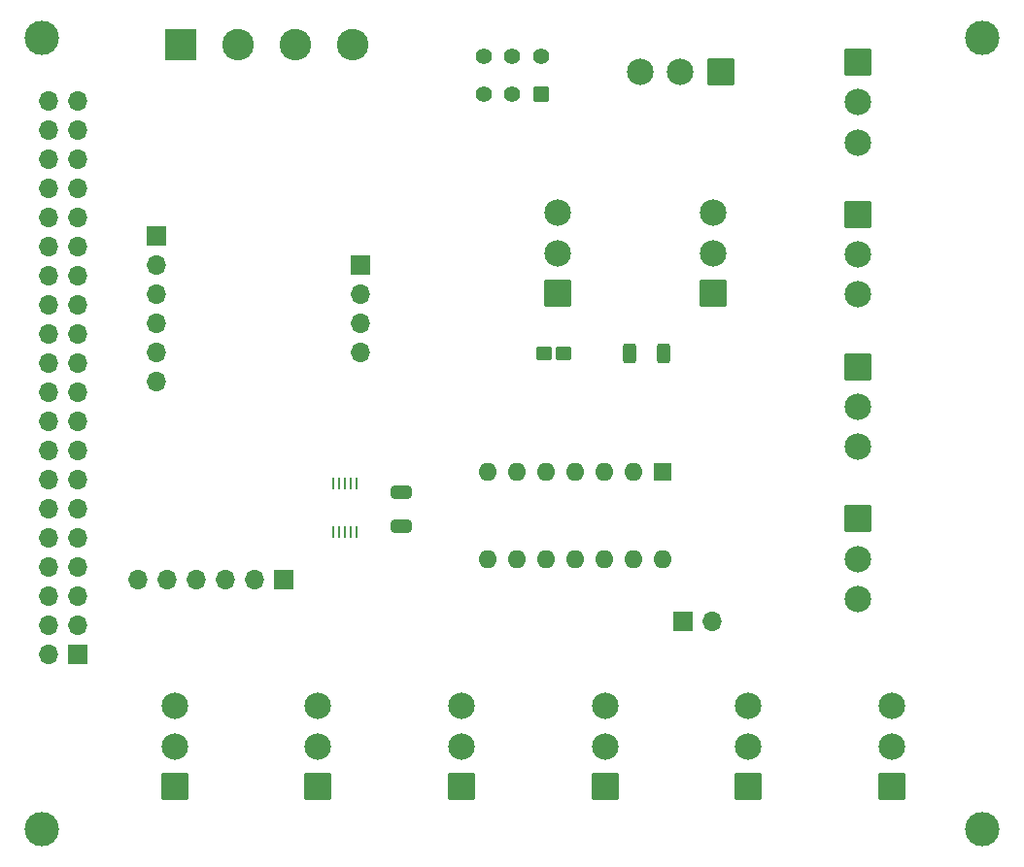
<source format=gts>
%TF.GenerationSoftware,KiCad,Pcbnew,8.0.6*%
%TF.CreationDate,2025-02-04T19:04:09-05:00*%
%TF.ProjectId,Jetson_Extension_Board,4a657473-6f6e-45f4-9578-74656e73696f,rev?*%
%TF.SameCoordinates,Original*%
%TF.FileFunction,Soldermask,Top*%
%TF.FilePolarity,Negative*%
%FSLAX46Y46*%
G04 Gerber Fmt 4.6, Leading zero omitted, Abs format (unit mm)*
G04 Created by KiCad (PCBNEW 8.0.6) date 2025-02-04 19:04:09*
%MOMM*%
%LPD*%
G01*
G04 APERTURE LIST*
G04 Aperture macros list*
%AMRoundRect*
0 Rectangle with rounded corners*
0 $1 Rounding radius*
0 $2 $3 $4 $5 $6 $7 $8 $9 X,Y pos of 4 corners*
0 Add a 4 corners polygon primitive as box body*
4,1,4,$2,$3,$4,$5,$6,$7,$8,$9,$2,$3,0*
0 Add four circle primitives for the rounded corners*
1,1,$1+$1,$2,$3*
1,1,$1+$1,$4,$5*
1,1,$1+$1,$6,$7*
1,1,$1+$1,$8,$9*
0 Add four rect primitives between the rounded corners*
20,1,$1+$1,$2,$3,$4,$5,0*
20,1,$1+$1,$4,$5,$6,$7,0*
20,1,$1+$1,$6,$7,$8,$9,0*
20,1,$1+$1,$8,$9,$2,$3,0*%
G04 Aperture macros list end*
%ADD10RoundRect,0.102000X-1.275000X-1.275000X1.275000X-1.275000X1.275000X1.275000X-1.275000X1.275000X0*%
%ADD11C,2.754000*%
%ADD12R,1.700000X1.700000*%
%ADD13O,1.700000X1.700000*%
%ADD14C,3.000000*%
%ADD15RoundRect,0.102000X1.050000X-1.050000X1.050000X1.050000X-1.050000X1.050000X-1.050000X-1.050000X0*%
%ADD16C,2.304000*%
%ADD17RoundRect,0.102000X-1.050000X1.050000X-1.050000X-1.050000X1.050000X-1.050000X1.050000X1.050000X0*%
%ADD18R,0.250000X1.100000*%
%ADD19RoundRect,0.102000X-0.550000X-0.500000X0.550000X-0.500000X0.550000X0.500000X-0.550000X0.500000X0*%
%ADD20RoundRect,0.250000X0.450000X0.450000X-0.450000X0.450000X-0.450000X-0.450000X0.450000X-0.450000X0*%
%ADD21C,1.400000*%
%ADD22R,1.600000X1.600000*%
%ADD23O,1.600000X1.600000*%
%ADD24RoundRect,0.250000X0.650000X-0.325000X0.650000X0.325000X-0.650000X0.325000X-0.650000X-0.325000X0*%
%ADD25RoundRect,0.250000X-0.312500X-0.625000X0.312500X-0.625000X0.312500X0.625000X-0.312500X0.625000X0*%
%ADD26RoundRect,0.102000X1.050000X1.050000X-1.050000X1.050000X-1.050000X-1.050000X1.050000X-1.050000X0*%
G04 APERTURE END LIST*
D10*
%TO.C,J19*%
X101110000Y-75510000D03*
D11*
X106110000Y-75510000D03*
X111110000Y-75510000D03*
X116110000Y-75510000D03*
%TD*%
D12*
%TO.C,J15*%
X116800000Y-94670000D03*
D13*
X116800000Y-97210000D03*
X116800000Y-99750000D03*
X116800000Y-102290000D03*
%TD*%
D12*
%TO.C,J14*%
X99025000Y-92145000D03*
D13*
X99025000Y-94685000D03*
X99025000Y-97225000D03*
X99025000Y-99765000D03*
X99025000Y-102305000D03*
X99025000Y-104845000D03*
%TD*%
D14*
%TO.C,H4*%
X171000000Y-143900000D03*
%TD*%
D15*
%TO.C,J3*%
X125600000Y-140162500D03*
D16*
X125600000Y-136662500D03*
X125600000Y-133162500D03*
%TD*%
D17*
%TO.C,J7*%
X160100000Y-116837500D03*
D16*
X160100000Y-120337500D03*
X160100000Y-123837500D03*
%TD*%
D15*
%TO.C,J4*%
X113100000Y-140162500D03*
D16*
X113100000Y-136662500D03*
X113100000Y-133162500D03*
%TD*%
D18*
%TO.C,U4*%
X114430000Y-118030000D03*
X114930000Y-118030000D03*
X115430000Y-118030000D03*
X115930000Y-118030000D03*
X116430000Y-118030000D03*
X116430000Y-113730000D03*
X115930000Y-113730000D03*
X115430000Y-113730000D03*
X114930000Y-113730000D03*
X114430000Y-113730000D03*
%TD*%
D12*
%TO.C,J6*%
X92140000Y-128620000D03*
D13*
X89600000Y-128620000D03*
X92140000Y-126080000D03*
X89600000Y-126080000D03*
X92140000Y-123540000D03*
X89600000Y-123540000D03*
X92140000Y-121000000D03*
X89600000Y-121000000D03*
X92140000Y-118460000D03*
X89600000Y-118460000D03*
X92140000Y-115920000D03*
X89600000Y-115920000D03*
X92140000Y-113380000D03*
X89600000Y-113380000D03*
X92140000Y-110840000D03*
X89600000Y-110840000D03*
X92140000Y-108300000D03*
X89600000Y-108300000D03*
X92140000Y-105760000D03*
X89600000Y-105760000D03*
X92140000Y-103220000D03*
X89600000Y-103220000D03*
X92140000Y-100680000D03*
X89600000Y-100680000D03*
X92140000Y-98140000D03*
X89600000Y-98140000D03*
X92140000Y-95600000D03*
X89600000Y-95600000D03*
X92140000Y-93060000D03*
X89600000Y-93060000D03*
X92140000Y-90520000D03*
X89600000Y-90520000D03*
X92140000Y-87980000D03*
X89600000Y-87980000D03*
X92140000Y-85440000D03*
X89600000Y-85440000D03*
X92140000Y-82900000D03*
X89600000Y-82900000D03*
X92140000Y-80360000D03*
X89600000Y-80360000D03*
%TD*%
D17*
%TO.C,J10*%
X160100000Y-77000000D03*
D16*
X160100000Y-80500000D03*
X160100000Y-84000000D03*
%TD*%
D12*
%TO.C,J11*%
X110070000Y-122130000D03*
D13*
X107530000Y-122130000D03*
X104990000Y-122130000D03*
X102450000Y-122130000D03*
X99910000Y-122130000D03*
X97370000Y-122130000D03*
%TD*%
D17*
%TO.C,J8*%
X160100000Y-103558300D03*
D16*
X160100000Y-107058300D03*
X160100000Y-110558300D03*
%TD*%
D17*
%TO.C,J9*%
X160100000Y-90279200D03*
D16*
X160100000Y-93779200D03*
X160100000Y-97279200D03*
%TD*%
D14*
%TO.C,H2*%
X89000000Y-143900000D03*
%TD*%
D12*
%TO.C,J1*%
X144860000Y-125800000D03*
D13*
X147400000Y-125800000D03*
%TD*%
D15*
%TO.C,J16*%
X134000000Y-97162500D03*
D16*
X134000000Y-93662500D03*
X134000000Y-90162500D03*
%TD*%
D14*
%TO.C,H3*%
X171000000Y-74900000D03*
%TD*%
D19*
%TO.C,D1*%
X132750000Y-102400000D03*
X134450000Y-102400000D03*
%TD*%
D20*
%TO.C,SW1*%
X132500000Y-79800000D03*
D21*
X130000000Y-79800000D03*
X127500000Y-79800000D03*
X127500000Y-76500000D03*
X130000000Y-76500000D03*
X132500000Y-76500000D03*
%TD*%
D15*
%TO.C,J13*%
X163100000Y-140162500D03*
D16*
X163100000Y-136662500D03*
X163100000Y-133162500D03*
%TD*%
D15*
%TO.C,J12*%
X150600000Y-140162500D03*
D16*
X150600000Y-136662500D03*
X150600000Y-133162500D03*
%TD*%
D22*
%TO.C,U2*%
X143125000Y-112700000D03*
D23*
X140585000Y-112700000D03*
X138045000Y-112700000D03*
X135505000Y-112700000D03*
X132965000Y-112700000D03*
X130425000Y-112700000D03*
X127885000Y-112700000D03*
X127885000Y-120320000D03*
X130425000Y-120320000D03*
X132965000Y-120320000D03*
X135505000Y-120320000D03*
X138045000Y-120320000D03*
X140585000Y-120320000D03*
X143125000Y-120320000D03*
%TD*%
D15*
%TO.C,J2*%
X138100000Y-140162500D03*
D16*
X138100000Y-136662500D03*
X138100000Y-133162500D03*
%TD*%
D24*
%TO.C,C2*%
X120300000Y-117475000D03*
X120300000Y-114525000D03*
%TD*%
D14*
%TO.C,H1*%
X89000000Y-74900000D03*
%TD*%
D15*
%TO.C,J5*%
X100600000Y-140162500D03*
D16*
X100600000Y-136662500D03*
X100600000Y-133162500D03*
%TD*%
D15*
%TO.C,J17*%
X147500000Y-97162500D03*
D16*
X147500000Y-93662500D03*
X147500000Y-90162500D03*
%TD*%
D25*
%TO.C,R3*%
X140237500Y-102400000D03*
X143162500Y-102400000D03*
%TD*%
D26*
%TO.C,J18*%
X148162500Y-77900000D03*
D16*
X144662500Y-77900000D03*
X141162500Y-77900000D03*
%TD*%
M02*

</source>
